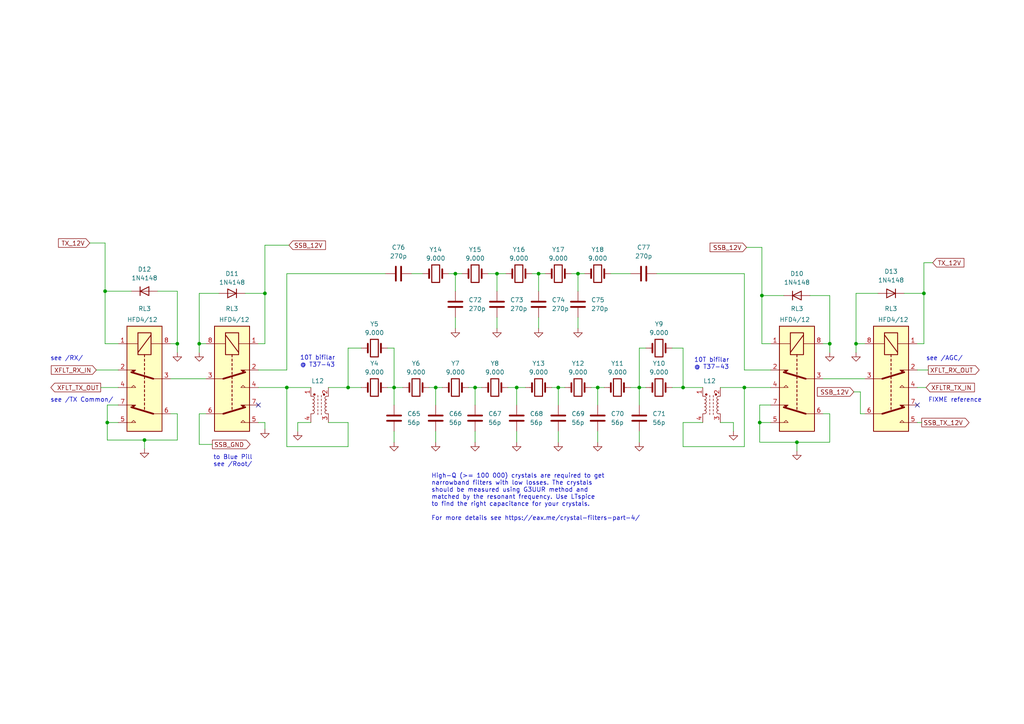
<source format=kicad_sch>
(kicad_sch (version 20230121) (generator eeschema)
  (paper "A4")
  (lib_symbols
    (symbol "Device:C" (pin_numbers hide) (pin_names (offset 0.254))
      (property "Reference" "C" (at 0.635 2.54 0))
      (property "Value" "C" (at 0.635 -2.54 0))
      (symbol "C_0_1"
        (polyline (pts (xy -2.032 -0.762) (xy 2.032 -0.762)) (stroke (width 0.508)))
        (polyline (pts (xy -2.032 0.762) (xy 2.032 0.762)) (stroke (width 0.508)))
      )
      (symbol "C_1_1"
        (pin passive line (at 0 3.81 270) (length 2.794) (name "~") (number "1"))
        (pin passive line (at 0 -3.81 90) (length 2.794) (name "~") (number "2"))
      )
    )
    (symbol "Device:Crystal" (pin_numbers hide) (pin_names (offset 1.016) hide)
      (property "Reference" "Y" (at 0 3.81 0))
      (property "Value" "Crystal" (at 0 -3.81 0))
      (symbol "Crystal_0_1"
        (rectangle (start -1.143 2.54) (end 1.143 -2.54) (stroke (width 0.3048)))
        (polyline (pts (xy -2.54 0) (xy -1.905 0)))
        (polyline (pts (xy -1.905 -1.27) (xy -1.905 1.27)) (stroke (width 0.508)))
        (polyline (pts (xy 1.905 -1.27) (xy 1.905 1.27)) (stroke (width 0.508)))
        (polyline (pts (xy 2.54 0) (xy 1.905 0)))
      )
      (symbol "Crystal_1_1"
        (pin passive line (at -3.81 0 0) (length 1.27) (name "1") (number "1"))
        (pin passive line (at 3.81 0 180) (length 1.27) (name "2") (number "2"))
      )
    )
    (symbol "Device:L_Ferrite_Coupled_1423" (pin_names (offset 0.254) hide)
      (property "Reference" "L" (at 0 4.445 0))
      (property "Value" "L_Ferrite_Coupled_1423" (at 0 -4.445 0))
      (symbol "L_Ferrite_Coupled_1423_0_1"
        (circle (center -3.048 -1.27) (radius 0.254) (fill (type outline)))
        (circle (center -3.048 1.524) (radius 0.254) (fill (type outline)))
        (arc (start -2.54 2.032) (mid -2.032 1.5262) (end -1.524 2.032))
        (arc (start -1.524 -2.032) (mid -2.032 -1.5262) (end -2.54 -2.032))
        (arc (start -1.524 2.032) (mid -1.016 1.5262) (end -0.508 2.032))
        (arc (start -0.508 -2.032) (mid -1.016 -1.5262) (end -1.524 -2.032))
        (arc (start -0.508 2.032) (mid 0 1.5262) (end 0.508 2.032))
        (polyline (pts (xy -2.794 -0.508) (xy -2.286 -0.508)))
        (polyline (pts (xy -2.794 0.508) (xy -2.286 0.508)))
        (polyline (pts (xy -2.54 -2.032) (xy -2.54 -2.54)))
        (polyline (pts (xy -2.54 2.032) (xy -2.54 2.54)))
        (polyline (pts (xy -1.778 -0.508) (xy -1.27 -0.508)))
        (polyline (pts (xy -1.778 0.508) (xy -1.27 0.508)))
        (polyline (pts (xy -0.762 -0.508) (xy -0.254 -0.508)))
        (polyline (pts (xy -0.762 0.508) (xy -0.254 0.508)))
        (polyline (pts (xy 0.254 -0.508) (xy 0.762 -0.508)))
        (polyline (pts (xy 0.254 0.508) (xy 0.762 0.508)))
        (polyline (pts (xy 1.27 -0.508) (xy 1.778 -0.508)))
        (polyline (pts (xy 1.27 0.508) (xy 1.778 0.508)))
        (polyline (pts (xy 2.286 -0.508) (xy 2.794 -0.508)))
        (polyline (pts (xy 2.286 0.508) (xy 2.794 0.508)))
        (polyline (pts (xy 2.54 -2.032) (xy 2.54 -2.54)))
        (polyline (pts (xy 2.54 2.54) (xy 2.54 2.032)))
        (arc (start 0.508 -2.032) (mid 0 -1.5262) (end -0.508 -2.032))
        (arc (start 0.508 2.032) (mid 1.016 1.5262) (end 1.524 2.032))
        (arc (start 1.524 -2.032) (mid 1.016 -1.5262) (end 0.508 -2.032))
        (arc (start 1.524 2.032) (mid 2.032 1.5262) (end 2.54 2.032))
        (arc (start 2.54 -2.032) (mid 2.032 -1.5262) (end 1.524 -2.032))
      )
      (symbol "L_Ferrite_Coupled_1423_1_1"
        (pin passive line (at -5.08 2.54 0) (length 2.54) (name "1") (number "1"))
        (pin passive line (at -5.08 -2.54 0) (length 2.54) (name "2") (number "2"))
        (pin passive line (at 5.08 -2.54 180) (length 2.54) (name "3") (number "3"))
        (pin passive line (at 5.08 2.54 180) (length 2.54) (name "4") (number "4"))
      )
    )
    (symbol "Diode:1N4148" (pin_numbers hide) (pin_names hide)
      (property "Reference" "D" (at 0 2.54 0))
      (property "Value" "1N4148" (at 0 -2.54 0))
      (symbol "1N4148_0_1"
        (polyline (pts (xy -1.27 1.27) (xy -1.27 -1.27)) (stroke (width 0.254)))
        (polyline (pts (xy 1.27 0) (xy -1.27 0)))
        (polyline (pts (xy 1.27 1.27) (xy 1.27 -1.27) (xy -1.27 0) (xy 1.27 1.27)) (stroke (width 0.254)))
      )
      (symbol "1N4148_1_1"
        (pin passive line (at -3.81 0 0) (length 2.54) (name "K") (number "1"))
        (pin passive line (at 3.81 0 180) (length 2.54) (name "A") (number "2"))
      )
    )
    (symbol "Relay:G2RL-2-ASI-DC5"
      (property "Reference" "RL" (at 16.51 3.81 0))
      (property "Value" "G2RL-2-ASI-DC5" (at 16.51 1.27 0))
      (symbol "G2RL-2-ASI-DC5_0_1"
        (rectangle (start -15.24 5.08) (end 15.24 -5.08) (stroke (width 0.254)) (fill (type background)))
        (rectangle (start -13.335 1.905) (end -6.985 -1.905) (stroke (width 0.254)))
        (polyline (pts (xy -12.7 -1.905) (xy -7.62 1.905)) (stroke (width 0.254)))
        (polyline (pts (xy -10.16 -5.08) (xy -10.16 -1.905)))
        (polyline (pts (xy -10.16 5.08) (xy -10.16 1.905)))
        (polyline (pts (xy -6.985 0) (xy -6.35 0)) (stroke (width 0.254)))
        (polyline (pts (xy -5.715 0) (xy -5.08 0)) (stroke (width 0.254)))
        (polyline (pts (xy -4.445 0) (xy -3.81 0)) (stroke (width 0.254)))
        (polyline (pts (xy -3.175 0) (xy -2.54 0)) (stroke (width 0.254)))
        (polyline (pts (xy -1.905 0) (xy -1.27 0)) (stroke (width 0.254)))
        (polyline (pts (xy -0.635 0) (xy 0 0)) (stroke (width 0.254)))
        (polyline (pts (xy 0 -2.54) (xy -1.905 3.81)) (stroke (width 0.508)))
        (polyline (pts (xy 0 -2.54) (xy 0 -5.08)))
        (polyline (pts (xy 0.635 0) (xy 1.27 0)) (stroke (width 0.254)))
        (polyline (pts (xy 1.905 0) (xy 2.54 0)) (stroke (width 0.254)))
        (polyline (pts (xy 3.175 0) (xy 3.81 0)) (stroke (width 0.254)))
        (polyline (pts (xy 4.445 0) (xy 5.08 0)) (stroke (width 0.254)))
        (polyline (pts (xy 5.715 0) (xy 6.35 0)) (stroke (width 0.254)))
        (polyline (pts (xy 6.985 0) (xy 7.62 0)) (stroke (width 0.254)))
        (polyline (pts (xy 8.255 0) (xy 8.89 0)) (stroke (width 0.254)))
        (polyline (pts (xy 10.16 -2.54) (xy 8.255 3.81)) (stroke (width 0.508)))
        (polyline (pts (xy 10.16 -2.54) (xy 10.16 -5.08)))
        (polyline (pts (xy -2.54 5.08) (xy -2.54 2.54) (xy -1.905 3.175) (xy -2.54 3.81)) (fill (type outline)))
        (polyline (pts (xy 2.54 5.08) (xy 2.54 2.54) (xy 1.905 3.175) (xy 2.54 3.81)))
        (polyline (pts (xy 7.62 5.08) (xy 7.62 2.54) (xy 8.255 3.175) (xy 7.62 3.81)) (fill (type outline)))
        (polyline (pts (xy 12.7 5.08) (xy 12.7 2.54) (xy 12.065 3.175) (xy 12.7 3.81)))
      )
      (symbol "G2RL-2-ASI-DC5_1_1"
        (pin passive line (at -10.16 7.62 270) (length 2.54) (name "~") (number "1"))
        (pin passive line (at -2.54 7.62 270) (length 2.54) (name "~") (number "2"))
        (pin passive line (at 0 -7.62 90) (length 2.54) (name "~") (number "3"))
        (pin passive line (at 2.54 7.62 270) (length 2.54) (name "~") (number "4"))
        (pin passive line (at 12.7 7.62 270) (length 2.54) (name "~") (number "5"))
        (pin passive line (at 10.16 -7.62 90) (length 2.54) (name "~") (number "6"))
        (pin passive line (at 7.62 7.62 270) (length 2.54) (name "~") (number "7"))
        (pin passive line (at -10.16 -7.62 90) (length 2.54) (name "~") (number "8"))
      )
    )
    (symbol "power:GND" (power) (pin_names (offset 0))
      (property "Value" "GND" (at 0 -3.81 0))
      (symbol "GND_0_1"
        (polyline (pts (xy 0 0) (xy 0 -1.27) (xy 1.27 -1.27) (xy 0 -2.54) (xy -1.27 -1.27) (xy 0 -1.27)))
      )
      (symbol "GND_1_1"
        (pin power_in line (at 0 0 270) (length 0) hide (name "GND") (number "1"))
      )
    )
  )
  (junction (at 198.12 112.395))
  (junction (at 51.435 99.695))
  (junction (at 185.42 112.395))
  (junction (at 173.355 112.395))
  (junction (at 83.185 112.395))
  (junction (at 220.98 85.725))
  (junction (at 126.365 112.395))
  (junction (at 100.965 112.395))
  (junction (at 41.91 127.635))
  (junction (at 215.9 112.395))
  (junction (at 220.345 122.555))
  (junction (at 167.64 79.375))
  (junction (at 240.665 99.695))
  (junction (at 267.97 85.09))
  (junction (at 149.86 112.395))
  (junction (at 156.21 79.375))
  (junction (at 231.14 128.27))
  (junction (at 248.285 99.695))
  (junction (at 144.145 79.375))
  (junction (at 137.795 112.395))
  (junction (at 31.115 122.555))
  (junction (at 132.08 79.375))
  (junction (at 30.48 84.455))
  (junction (at 76.835 85.09))
  (junction (at 57.785 99.695))
  (junction (at 114.3 112.395))
  (junction (at 161.925 112.395))
  (no_connect (at 266.065 117.475))
  (no_connect (at 74.93 117.475))
  (wire (pts (xy 198.12 122.555) (xy 203.835 122.555)))
  (wire (pts (xy 132.08 92.075) (xy 132.08 95.25)))
  (wire (pts (xy 215.9 112.395) (xy 223.52 112.395)))
  (wire (pts (xy 83.185 112.395) (xy 90.17 112.395)))
  (wire (pts (xy 126.365 125.095) (xy 126.365 128.27)))
  (wire (pts (xy 190.5 79.375) (xy 215.9 79.375)))
  (wire (pts (xy 100.965 122.555) (xy 100.965 129.54)))
  (wire (pts (xy 177.165 79.375) (xy 182.88 79.375)))
  (wire (pts (xy 31.115 122.555) (xy 31.115 117.475)))
  (wire (pts (xy 266.065 112.395) (xy 268.605 112.395)))
  (wire (pts (xy 132.08 79.375) (xy 132.08 84.455)))
  (wire (pts (xy 267.97 85.09) (xy 267.97 76.2)))
  (wire (pts (xy 248.285 85.09) (xy 254.635 85.09)))
  (wire (pts (xy 104.775 100.965) (xy 100.965 100.965)))
  (wire (pts (xy 100.965 112.395) (xy 104.775 112.395)))
  (wire (pts (xy 171.45 112.395) (xy 173.355 112.395)))
  (wire (pts (xy 220.98 85.725) (xy 227.33 85.725)))
  (wire (pts (xy 182.88 112.395) (xy 185.42 112.395)))
  (wire (pts (xy 220.345 122.555) (xy 220.345 117.475)))
  (wire (pts (xy 267.97 99.695) (xy 267.97 85.09)))
  (wire (pts (xy 57.785 102.235) (xy 57.785 99.695)))
  (wire (pts (xy 57.785 120.015) (xy 59.69 120.015)))
  (wire (pts (xy 61.595 128.905) (xy 57.785 128.905)))
  (wire (pts (xy 119.38 79.375) (xy 122.555 79.375)))
  (wire (pts (xy 220.345 122.555) (xy 223.52 122.555)))
  (wire (pts (xy 161.925 112.395) (xy 161.925 117.475)))
  (wire (pts (xy 267.335 122.555) (xy 266.065 122.555)))
  (wire (pts (xy 240.665 128.27) (xy 240.665 120.015)))
  (wire (pts (xy 238.76 120.015) (xy 240.665 120.015)))
  (wire (pts (xy 156.21 79.375) (xy 158.115 79.375)))
  (wire (pts (xy 240.665 99.695) (xy 238.76 99.695)))
  (wire (pts (xy 114.3 125.095) (xy 114.3 128.27)))
  (wire (pts (xy 49.53 109.855) (xy 59.69 109.855)))
  (wire (pts (xy 194.945 100.965) (xy 198.12 100.965)))
  (wire (pts (xy 215.9 107.315) (xy 223.52 107.315)))
  (wire (pts (xy 231.14 130.81) (xy 231.14 128.27)))
  (wire (pts (xy 30.48 99.695) (xy 30.48 84.455)))
  (wire (pts (xy 83.185 79.375) (xy 83.185 107.315)))
  (wire (pts (xy 248.285 99.695) (xy 250.825 99.695)))
  (wire (pts (xy 231.14 128.27) (xy 240.665 128.27)))
  (wire (pts (xy 149.86 125.095) (xy 149.86 128.27)))
  (wire (pts (xy 41.91 127.635) (xy 31.115 127.635)))
  (wire (pts (xy 74.93 112.395) (xy 83.185 112.395)))
  (wire (pts (xy 51.435 99.695) (xy 51.435 102.235)))
  (wire (pts (xy 100.965 100.965) (xy 100.965 112.395)))
  (wire (pts (xy 173.355 112.395) (xy 175.26 112.395)))
  (wire (pts (xy 137.795 125.095) (xy 137.795 128.27)))
  (wire (pts (xy 86.36 125.095) (xy 86.36 122.555)))
  (wire (pts (xy 137.795 112.395) (xy 139.7 112.395)))
  (wire (pts (xy 126.365 112.395) (xy 126.365 117.475)))
  (wire (pts (xy 248.285 99.695) (xy 248.285 85.09)))
  (wire (pts (xy 212.725 125.095) (xy 212.725 122.555)))
  (wire (pts (xy 185.42 125.095) (xy 185.42 128.27)))
  (wire (pts (xy 249.555 113.665) (xy 249.555 120.015)))
  (wire (pts (xy 51.435 120.015) (xy 49.53 120.015)))
  (wire (pts (xy 76.835 85.09) (xy 71.12 85.09)))
  (wire (pts (xy 30.48 70.485) (xy 30.48 84.455)))
  (wire (pts (xy 130.175 79.375) (xy 132.08 79.375)))
  (wire (pts (xy 83.185 107.315) (xy 74.93 107.315)))
  (wire (pts (xy 132.08 79.375) (xy 133.985 79.375)))
  (wire (pts (xy 185.42 112.395) (xy 187.325 112.395)))
  (wire (pts (xy 114.3 112.395) (xy 116.84 112.395)))
  (wire (pts (xy 144.145 92.075) (xy 144.145 95.25)))
  (wire (pts (xy 267.97 85.09) (xy 262.255 85.09)))
  (wire (pts (xy 86.36 122.555) (xy 90.17 122.555)))
  (wire (pts (xy 57.785 85.09) (xy 63.5 85.09)))
  (wire (pts (xy 124.46 112.395) (xy 126.365 112.395)))
  (wire (pts (xy 220.345 128.27) (xy 220.345 122.555)))
  (wire (pts (xy 167.64 79.375) (xy 169.545 79.375)))
  (wire (pts (xy 220.98 99.695) (xy 220.98 85.725)))
  (wire (pts (xy 141.605 79.375) (xy 144.145 79.375)))
  (wire (pts (xy 173.355 112.395) (xy 173.355 117.475)))
  (wire (pts (xy 185.42 100.965) (xy 185.42 112.395)))
  (wire (pts (xy 165.735 79.375) (xy 167.64 79.375)))
  (wire (pts (xy 57.785 99.695) (xy 57.785 85.09)))
  (wire (pts (xy 223.52 99.695) (xy 220.98 99.695)))
  (wire (pts (xy 26.035 70.485) (xy 30.48 70.485)))
  (wire (pts (xy 83.82 71.12) (xy 76.835 71.12)))
  (wire (pts (xy 74.93 99.695) (xy 76.835 99.695)))
  (wire (pts (xy 144.145 79.375) (xy 146.685 79.375)))
  (wire (pts (xy 198.12 129.54) (xy 215.9 129.54)))
  (wire (pts (xy 51.435 99.695) (xy 51.435 84.455)))
  (wire (pts (xy 220.345 117.475) (xy 223.52 117.475)))
  (wire (pts (xy 156.21 92.075) (xy 156.21 95.25)))
  (wire (pts (xy 112.395 112.395) (xy 114.3 112.395)))
  (wire (pts (xy 137.795 112.395) (xy 137.795 117.475)))
  (wire (pts (xy 266.065 99.695) (xy 267.97 99.695)))
  (wire (pts (xy 149.86 112.395) (xy 152.4 112.395)))
  (wire (pts (xy 147.32 112.395) (xy 149.86 112.395)))
  (wire (pts (xy 34.29 99.695) (xy 30.48 99.695)))
  (wire (pts (xy 266.065 107.315) (xy 269.24 107.315)))
  (wire (pts (xy 31.115 117.475) (xy 34.29 117.475)))
  (wire (pts (xy 249.555 120.015) (xy 250.825 120.015)))
  (wire (pts (xy 167.64 92.075) (xy 167.64 95.25)))
  (wire (pts (xy 111.76 79.375) (xy 83.185 79.375)))
  (wire (pts (xy 156.21 79.375) (xy 156.21 84.455)))
  (wire (pts (xy 51.435 120.015) (xy 51.435 127.635)))
  (wire (pts (xy 100.965 129.54) (xy 83.185 129.54)))
  (wire (pts (xy 76.835 122.555) (xy 74.93 122.555)))
  (wire (pts (xy 185.42 112.395) (xy 185.42 117.475)))
  (wire (pts (xy 76.835 71.12) (xy 76.835 85.09)))
  (wire (pts (xy 198.12 122.555) (xy 198.12 129.54)))
  (wire (pts (xy 167.64 79.375) (xy 167.64 84.455)))
  (wire (pts (xy 126.365 112.395) (xy 128.27 112.395)))
  (wire (pts (xy 144.145 79.375) (xy 144.145 84.455)))
  (wire (pts (xy 208.915 112.395) (xy 215.9 112.395)))
  (wire (pts (xy 173.355 125.095) (xy 173.355 128.27)))
  (wire (pts (xy 194.945 112.395) (xy 198.12 112.395)))
  (wire (pts (xy 154.305 79.375) (xy 156.21 79.375)))
  (wire (pts (xy 27.94 107.315) (xy 34.29 107.315)))
  (wire (pts (xy 41.91 127.635) (xy 51.435 127.635)))
  (wire (pts (xy 198.12 100.965) (xy 198.12 112.395)))
  (wire (pts (xy 247.65 113.665) (xy 249.555 113.665)))
  (wire (pts (xy 267.97 76.2) (xy 270.51 76.2)))
  (wire (pts (xy 198.12 112.395) (xy 203.835 112.395)))
  (wire (pts (xy 234.95 85.725) (xy 240.665 85.725)))
  (wire (pts (xy 208.915 122.555) (xy 212.725 122.555)))
  (wire (pts (xy 30.48 84.455) (xy 38.1 84.455)))
  (wire (pts (xy 215.9 129.54) (xy 215.9 112.395)))
  (wire (pts (xy 220.98 71.755) (xy 220.98 85.725)))
  (wire (pts (xy 248.285 102.235) (xy 248.285 99.695)))
  (wire (pts (xy 149.86 112.395) (xy 149.86 117.475)))
  (wire (pts (xy 215.9 79.375) (xy 215.9 107.315)))
  (wire (pts (xy 187.325 100.965) (xy 185.42 100.965)))
  (wire (pts (xy 49.53 99.695) (xy 51.435 99.695)))
  (wire (pts (xy 76.835 99.695) (xy 76.835 85.09)))
  (wire (pts (xy 161.925 112.395) (xy 163.83 112.395)))
  (wire (pts (xy 31.115 122.555) (xy 34.29 122.555)))
  (wire (pts (xy 240.665 102.235) (xy 240.665 99.695)))
  (wire (pts (xy 216.535 71.755) (xy 220.98 71.755)))
  (wire (pts (xy 51.435 84.455) (xy 45.72 84.455)))
  (wire (pts (xy 231.14 128.27) (xy 220.345 128.27)))
  (wire (pts (xy 57.785 120.015) (xy 57.785 128.905)))
  (wire (pts (xy 161.925 125.095) (xy 161.925 128.27)))
  (wire (pts (xy 112.395 100.965) (xy 114.3 100.965)))
  (wire (pts (xy 29.21 112.395) (xy 34.29 112.395)))
  (wire (pts (xy 135.89 112.395) (xy 137.795 112.395)))
  (wire (pts (xy 240.665 85.725) (xy 240.665 99.695)))
  (wire (pts (xy 160.02 112.395) (xy 161.925 112.395)))
  (wire (pts (xy 41.91 130.175) (xy 41.91 127.635)))
  (wire (pts (xy 57.785 99.695) (xy 59.69 99.695)))
  (wire (pts (xy 76.835 124.46) (xy 76.835 122.555)))
  (wire (pts (xy 31.115 122.555) (xy 31.115 127.635)))
  (wire (pts (xy 83.185 129.54) (xy 83.185 112.395)))
  (wire (pts (xy 95.25 112.395) (xy 100.965 112.395)))
  (wire (pts (xy 238.76 109.855) (xy 250.825 109.855)))
  (wire (pts (xy 95.25 122.555) (xy 100.965 122.555)))
  (wire (pts (xy 114.3 112.395) (xy 114.3 117.475)))
  (wire (pts (xy 114.3 100.965) (xy 114.3 112.395)))
  (text "to Blue Pill\nsee /Root/" (at 61.849 135.509 0) (effects (font (size 1.27 1.27)) (justify left bottom)))
  (text "FIXME reference" (at 269.24 116.84 0) (effects (font (size 1.27 1.27)) (justify left bottom)))
  (text "High-Q (>= 100 000) crystals are required to get\nnarrowband filters with low losses. The crystals\nshould be measured using G3UUR method and\nmatched by the resonant frequency. Use LTspice\nto find the right capacitance for your crystals.\n\nFor more details see https://eax.me/crystal-filters-part-4/" (at 125.095 151.13 0) (effects (font (size 1.27 1.27)) (justify left bottom)))
  (text "10T bifilar\n@ T37-43" (at 201.295 107.315 0) (effects (font (size 1.27 1.27)) (justify left bottom)))
  (text "10T bifilar\n@ T37-43" (at 86.995 106.68 0) (effects (font (size 1.27 1.27)) (justify left bottom)))
  (text "see /AGC/" (at 268.605 104.775 0) (effects (font (size 1.27 1.27)) (justify left bottom)))
  (text "see /RX/" (at 14.605 104.775 0) (effects (font (size 1.27 1.27)) (justify left bottom)))
  (text "see /TX Common/" (at 14.605 116.84 0) (effects (font (size 1.27 1.27)) (justify left bottom)))
  (global_label "SSB_12V" (shape input) (at 247.65 113.665 180) (property "Intersheetrefs" "${INTERSHEET_REFS}" (effects hide)))
  (global_label "XFLT_RX_OUT" (shape output) (at 269.24 107.315 0) (property "Intersheetrefs" "${INTERSHEET_REFS}" (effects hide)))
  (global_label "XFLTR_TX_IN" (shape input) (at 268.605 112.395 0) (property "Intersheetrefs" "${INTERSHEET_REFS}" (effects hide)))
  (global_label "SSB_12V" (shape input) (at 83.82 71.12 0) (property "Intersheetrefs" "${INTERSHEET_REFS}" (effects hide)))
  (global_label "SSB_TX_12V" (shape output) (at 267.335 122.555 0) (property "Intersheetrefs" "${INTERSHEET_REFS}" (effects hide)))
  (global_label "XFLT_RX_IN" (shape input) (at 27.94 107.315 180) (property "Intersheetrefs" "${INTERSHEET_REFS}" (effects hide)))
  (global_label "TX_12V" (shape input) (at 26.035 70.485 180) (property "Intersheetrefs" "${INTERSHEET_REFS}" (effects hide)))
  (global_label "XFLT_TX_OUT" (shape output) (at 29.21 112.395 180) (property "Intersheetrefs" "${INTERSHEET_REFS}" (effects hide)))
  (global_label "SSB_GND" (shape output) (at 61.595 128.905 0) (property "Intersheetrefs" "${INTERSHEET_REFS}" (effects hide)))
  (global_label "SSB_12V" (shape input) (at 216.535 71.755 180) (property "Intersheetrefs" "${INTERSHEET_REFS}" (effects hide)))
  (global_label "TX_12V" (shape input) (at 270.51 76.2 0) (property "Intersheetrefs" "${INTERSHEET_REFS}" (effects hide)))
  (symbol (lib_id "Device:C") (at 114.3 121.285 0) (unit 1)
    (property "Reference" "C65" (at 118.11 120.015 0) (effects (justify left)))
    (property "Value" "56p" (at 118.11 122.555 0) (effects (justify left)))
  )
  (symbol (lib_id "power:GND") (at 173.355 128.27 0) (unit 1)
    (property "Reference" "#PWR0105" (effects hide))
    (property "Value" "GND" (effects hide))
  )
  (symbol (lib_id "Device:C") (at 115.57 79.375 90) (unit 1)
    (property "Reference" "C76" (at 115.57 71.755 90))
    (property "Value" "270p" (at 115.57 74.295 90))
  )
  (symbol (lib_id "Device:C") (at 132.08 88.265 0) (unit 1)
    (property "Reference" "C72" (at 135.89 86.995 0) (effects (justify left)))
    (property "Value" "270p" (at 135.89 89.535 0) (effects (justify left)))
  )
  (symbol (lib_id "Device:C") (at 137.795 121.285 0) (unit 1)
    (property "Reference" "C67" (at 141.605 120.015 0) (effects (justify left)))
    (property "Value" "56p" (at 141.605 122.555 0) (effects (justify left)))
  )
  (symbol (lib_id "Relay:G2RL-2-ASI-DC5") (at 67.31 109.855 270) (unit 1)
    (property "Reference" "RL3" (at 65.405 89.535 90) (effects (justify left)))
    (property "Value" "HFD4/12" (at 63.5 92.71 90) (effects (justify left)))
    (property "Footprint" "Relay_THT:Relay_DPDT_Omron_G2RL" (effects hide))
    (property "Datasheet" "https://omronfs.omron.com/en_US/ecb/products/pdf/en-g2rl.pdf" (effects hide))
  )
  (symbol (lib_id "power:GND") (at 126.365 128.27 0) (unit 1)
    (property "Reference" "#PWR0109" (effects hide))
    (property "Value" "GND" (effects hide))
  )
  (symbol (lib_id "Device:Crystal") (at 143.51 112.395 0) (unit 1)
    (property "Reference" "Y8" (at 143.51 105.41 0))
    (property "Value" "9.000" (at 143.51 107.95 0))
  )
  (symbol (lib_id "power:GND") (at 167.64 95.25 0) (unit 1)
    (property "Reference" "#PWR0116" (effects hide))
    (property "Value" "GND" (effects hide))
  )
  (symbol (lib_id "Diode:1N4148") (at 41.91 84.455 0) (unit 1)
    (property "Reference" "D12" (at 41.91 78.105 0))
    (property "Value" "1N4148" (at 41.91 80.645 0))
    (property "Footprint" "Diode_THT:D_DO-35_SOD27_P7.62mm_Horizontal" (effects hide))
    (property "Datasheet" "https://assets.nexperia.com/documents/data-sheet/1N4148_1N4448.pdf" (effects hide))
    (property "Sim.Device" "D" (effects hide))
    (property "Sim.Pins" "1=K 2=A" (effects hide))
  )
  (symbol (lib_id "Relay:G2RL-2-ASI-DC5") (at 231.14 109.855 90) (mirror x) (unit 1)
    (property "Reference" "RL3" (at 233.045 89.535 90) (effects (justify left)))
    (property "Value" "HFD4/12" (at 234.95 92.71 90) (effects (justify left)))
    (property "Footprint" "Relay_THT:Relay_DPDT_Omron_G2RL" (effects hide))
    (property "Datasheet" "https://omronfs.omron.com/en_US/ecb/products/pdf/en-g2rl.pdf" (effects hide))
    (instances (project "hbr-mk2" (path "" (reference "RL3") (unit 1)) (path "" (reference "RL4") (unit 1))))
  )
  (symbol (lib_id "Device:Crystal") (at 179.07 112.395 0) (mirror y) (unit 1)
    (property "Reference" "Y11" (at 179.07 105.41 0))
    (property "Value" "9.000" (at 179.07 107.95 0))
  )
  (symbol (lib_id "power:GND") (at 156.21 95.25 0) (unit 1)
    (property "Reference" "#PWR0115" (effects hide))
    (property "Value" "GND" (effects hide))
  )
  (symbol (lib_id "Device:Crystal") (at 150.495 79.375 0) (mirror y) (unit 1)
    (property "Reference" "Y16" (at 150.495 72.39 0))
    (property "Value" "9.000" (at 150.495 74.93 0))
  )
  (symbol (lib_id "power:GND") (at 57.785 102.235 0) (unit 1)
    (property "Reference" "#PWR0119" (effects hide))
    (property "Value" "GND" (effects hide))
  )
  (symbol (lib_id "Device:Crystal") (at 161.925 79.375 0) (mirror y) (unit 1)
    (property "Reference" "Y17" (at 161.925 72.39 0))
    (property "Value" "9.000" (at 161.925 74.93 0))
  )
  (symbol (lib_id "Device:Crystal") (at 156.21 112.395 0) (mirror y) (unit 1)
    (property "Reference" "Y13" (at 156.21 105.41 0))
    (property "Value" "9.000" (at 156.21 107.95 0))
  )
  (symbol (lib_id "Device:C") (at 156.21 88.265 0) (unit 1)
    (property "Reference" "C74" (at 160.02 86.995 0) (effects (justify left)))
    (property "Value" "270p" (at 160.02 89.535 0) (effects (justify left)))
  )
  (symbol (lib_id "Device:Crystal") (at 126.365 79.375 0) (unit 1)
    (property "Reference" "Y14" (at 126.365 72.39 0))
    (property "Value" "9.000" (at 126.365 74.93 0))
  )
  (symbol (lib_id "power:GND") (at 161.925 128.27 0) (unit 1)
    (property "Reference" "#PWR0106" (effects hide))
    (property "Value" "GND" (effects hide))
  )
  (symbol (lib_id "Device:L_Ferrite_Coupled_1423") (at 206.375 117.475 90) (mirror x) (unit 1)
    (property "Reference" "L12" (at 207.645 110.49 90) (effects (justify left)))
    (property "Value" "L_Ferrite_Coupled_1423" (effects hide))
    (instances (project "hbr-mk2" (path "" (reference "L12") (unit 1)) (path "" (reference "L13") (unit 1))))
  )
  (symbol (lib_id "power:GND") (at 149.86 128.27 0) (unit 1)
    (property "Reference" "#PWR0107" (effects hide))
    (property "Value" "GND" (effects hide))
  )
  (symbol (lib_id "Device:Crystal") (at 191.135 112.395 0) (mirror y) (unit 1)
    (property "Reference" "Y10" (at 191.135 105.41 0))
    (property "Value" "9.000" (at 191.135 107.95 0))
  )
  (symbol (lib_id "Device:C") (at 186.69 79.375 90) (unit 1)
    (property "Reference" "C77" (at 186.69 71.755 90))
    (property "Value" "270p" (at 186.69 74.295 90))
  )
  (symbol (lib_id "Device:C") (at 126.365 121.285 0) (unit 1)
    (property "Reference" "C66" (at 130.175 120.015 0) (effects (justify left)))
    (property "Value" "56p" (at 130.175 122.555 0) (effects (justify left)))
  )
  (symbol (lib_id "power:GND") (at 132.08 95.25 0) (unit 1)
    (property "Reference" "#PWR0113" (effects hide))
    (property "Value" "GND" (effects hide))
  )
  (symbol (lib_id "Diode:1N4148") (at 258.445 85.09 180) (unit 1)
    (property "Reference" "D13" (at 258.445 78.74 0))
    (property "Value" "1N4148" (at 258.445 81.28 0))
    (property "Footprint" "Diode_THT:D_DO-35_SOD27_P7.62mm_Horizontal" (effects hide))
    (property "Datasheet" "https://assets.nexperia.com/documents/data-sheet/1N4148_1N4448.pdf" (effects hide))
    (property "Sim.Device" "D" (effects hide))
    (property "Sim.Pins" "1=K 2=A" (effects hide))
  )
  (symbol (lib_id "power:GND") (at 240.665 102.235 0) (mirror y) (unit 1)
    (property "Reference" "#PWR0120" (effects hide))
    (property "Value" "GND" (effects hide))
  )
  (symbol (lib_id "power:GND") (at 137.795 128.27 0) (unit 1)
    (property "Reference" "#PWR0108" (effects hide))
    (property "Value" "GND" (effects hide))
  )
  (symbol (lib_id "power:GND") (at 51.435 102.235 0) (unit 1)
    (property "Reference" "#PWR0123" (effects hide))
    (property "Value" "GND" (effects hide))
  )
  (symbol (lib_id "Device:C") (at 144.145 88.265 0) (unit 1)
    (property "Reference" "C73" (at 147.955 86.995 0) (effects (justify left)))
    (property "Value" "270p" (at 147.955 89.535 0) (effects (justify left)))
  )
  (symbol (lib_id "Device:Crystal") (at 108.585 112.395 0) (unit 1)
    (property "Reference" "Y4" (at 108.585 105.41 0))
    (property "Value" "9.000" (at 108.585 107.95 0))
  )
  (symbol (lib_id "Device:Crystal") (at 108.585 100.965 0) (unit 1)
    (property "Reference" "Y5" (at 108.585 93.98 0))
    (property "Value" "9.000" (at 108.585 96.52 0))
  )
  (symbol (lib_id "Device:C") (at 161.925 121.285 0) (unit 1)
    (property "Reference" "C69" (at 165.735 120.015 0) (effects (justify left)))
    (property "Value" "56p" (at 165.735 122.555 0) (effects (justify left)))
  )
  (symbol (lib_id "Device:Crystal") (at 120.65 112.395 0) (unit 1)
    (property "Reference" "Y6" (at 120.65 105.41 0))
    (property "Value" "9.000" (at 120.65 107.95 0))
  )
  (symbol (lib_id "Device:C") (at 185.42 121.285 0) (unit 1)
    (property "Reference" "C71" (at 189.23 120.015 0) (effects (justify left)))
    (property "Value" "56p" (at 189.23 122.555 0) (effects (justify left)))
  )
  (symbol (lib_id "Device:C") (at 173.355 121.285 0) (unit 1)
    (property "Reference" "C70" (at 177.165 120.015 0) (effects (justify left)))
    (property "Value" "56p" (at 177.165 122.555 0) (effects (justify left)))
  )
  (symbol (lib_id "Diode:1N4148") (at 231.14 85.725 0) (unit 1)
    (property "Reference" "D10" (at 231.14 79.375 0))
    (property "Value" "1N4148" (at 231.14 81.915 0))
    (property "Footprint" "Diode_THT:D_DO-35_SOD27_P7.62mm_Horizontal" (effects hide))
    (property "Datasheet" "https://assets.nexperia.com/documents/data-sheet/1N4148_1N4448.pdf" (effects hide))
    (property "Sim.Device" "D" (effects hide))
    (property "Sim.Pins" "1=K 2=A" (effects hide))
  )
  (symbol (lib_id "power:GND") (at 212.725 125.095 0) (mirror y) (unit 1)
    (property "Reference" "#PWR0112" (effects hide))
    (property "Value" "GND" (effects hide))
  )
  (symbol (lib_id "Device:L_Ferrite_Coupled_1423") (at 92.71 117.475 90) (mirror x) (unit 1)
    (property "Reference" "L12" (at 93.98 110.49 90) (effects (justify left)))
    (property "Value" "L_Ferrite_Coupled_1423" (effects hide))
  )
  (symbol (lib_id "power:GND") (at 41.91 130.175 0) (unit 1)
    (property "Reference" "#PWR0124" (effects hide))
    (property "Value" "GND" (effects hide))
  )
  (symbol (lib_id "Device:Crystal") (at 173.355 79.375 0) (mirror y) (unit 1)
    (property "Reference" "Y18" (at 173.355 72.39 0))
    (property "Value" "9.000" (at 173.355 74.93 0))
  )
  (symbol (lib_id "Device:C") (at 149.86 121.285 0) (unit 1)
    (property "Reference" "C68" (at 153.67 120.015 0) (effects (justify left)))
    (property "Value" "56p" (at 153.67 122.555 0) (effects (justify left)))
  )
  (symbol (lib_id "Relay:G2RL-2-ASI-DC5") (at 258.445 109.855 270) (unit 1)
    (property "Reference" "RL3" (at 256.54 89.535 90) (effects (justify left)))
    (property "Value" "HFD4/12" (at 254.635 92.71 90) (effects (justify left)))
    (property "Footprint" "Relay_THT:Relay_DPDT_Omron_G2RL" (effects hide))
    (property "Datasheet" "https://omronfs.omron.com/en_US/ecb/products/pdf/en-g2rl.pdf" (effects hide))
    (instances (project "hbr-mk2" (path "" (reference "RL3") (unit 1)) (path "" (reference "RL6") (unit 1))))
  )
  (symbol (lib_id "power:GND") (at 86.36 125.095 0) (unit 1)
    (property "Reference" "#PWR0111" (effects hide))
    (property "Value" "GND" (effects hide))
  )
  (symbol (lib_id "power:GND") (at 76.835 124.46 0) (unit 1)
    (property "Reference" "#PWR0118" (effects hide))
    (property "Value" "GND" (effects hide))
  )
  (symbol (lib_id "Device:C") (at 167.64 88.265 0) (unit 1)
    (property "Reference" "C75" (at 171.45 86.995 0) (effects (justify left)))
    (property "Value" "270p" (at 171.45 89.535 0) (effects (justify left)))
  )
  (symbol (lib_id "power:GND") (at 248.285 102.235 0) (mirror y) (unit 1)
    (property "Reference" "#PWR0122" (effects hide))
    (property "Value" "GND" (effects hide))
  )
  (symbol (lib_id "Relay:G2RL-2-ASI-DC5") (at 41.91 109.855 90) (mirror x) (unit 1)
    (property "Reference" "RL3" (at 43.815 89.535 90) (effects (justify left)))
    (property "Value" "HFD4/12" (at 45.72 92.71 90) (effects (justify left)))
    (property "Footprint" "Relay_THT:Relay_DPDT_Omron_G2RL" (effects hide))
    (property "Datasheet" "https://omronfs.omron.com/en_US/ecb/products/pdf/en-g2rl.pdf" (effects hide))
    (instances (project "hbr-mk2" (path "" (reference "RL3") (unit 1)) (path "" (reference "RL5") (unit 1))))
  )
  (symbol (lib_id "Device:Crystal") (at 191.135 100.965 0) (mirror y) (unit 1)
    (property "Reference" "Y9" (at 191.135 93.98 0))
    (property "Value" "9.000" (at 191.135 96.52 0))
  )
  (symbol (lib_id "power:GND") (at 185.42 128.27 0) (unit 1)
    (property "Reference" "#PWR0104" (effects hide))
    (property "Value" "GND" (effects hide))
  )
  (symbol (lib_id "power:GND") (at 114.3 128.27 0) (unit 1)
    (property "Reference" "#PWR0110" (effects hide))
    (property "Value" "GND" (effects hide))
  )
  (symbol (lib_id "power:GND") (at 144.145 95.25 0) (unit 1)
    (property "Reference" "#PWR0114" (effects hide))
    (property "Value" "GND" (effects hide))
  )
  (symbol (lib_id "power:GND") (at 231.14 130.81 0) (mirror y) (unit 1)
    (property "Reference" "#PWR0254" (effects hide))
    (property "Value" "GND" (effects hide))
  )
  (symbol (lib_id "Device:Crystal") (at 167.64 112.395 0) (mirror y) (unit 1)
    (property "Reference" "Y12" (at 167.64 105.41 0))
    (property "Value" "9.000" (at 167.64 107.95 0))
  )
  (symbol (lib_id "Device:Crystal") (at 137.795 79.375 0) (unit 1)
    (property "Reference" "Y15" (at 137.795 72.39 0))
    (property "Value" "9.000" (at 137.795 74.93 0))
  )
  (symbol (lib_id "Diode:1N4148") (at 67.31 85.09 180) (unit 1)
    (property "Reference" "D11" (at 67.31 79.375 0))
    (property "Value" "1N4148" (at 67.31 81.915 0))
    (property "Footprint" "Diode_THT:D_DO-35_SOD27_P7.62mm_Horizontal" (effects hide))
    (property "Datasheet" "https://assets.nexperia.com/documents/data-sheet/1N4148_1N4448.pdf" (effects hide))
    (property "Sim.Device" "D" (effects hide))
    (property "Sim.Pins" "1=K 2=A" (effects hide))
  )
  (symbol (lib_id "Device:Crystal") (at 132.08 112.395 0) (unit 1)
    (property "Reference" "Y7" (at 132.08 105.41 0))
    (property "Value" "9.000" (at 132.08 107.95 0))
  )
)
</source>
